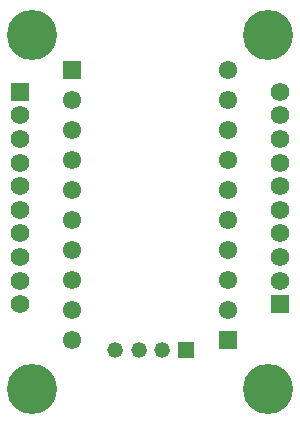
<source format=gbs>
G04 DipTrace 3.2.0.1*
G04 xbee_jst_opl.gbs*
%MOIN*%
G04 #@! TF.FileFunction,Soldermask,Bot*
G04 #@! TF.Part,Single*
%ADD32C,0.167*%
%ADD34C,0.062*%
%ADD36R,0.062X0.062*%
%ADD38C,0.052*%
%ADD40C,0.061055*%
%ADD42R,0.061055X0.061055*%
%ADD44R,0.052X0.052*%
%FSLAX26Y26*%
G04*
G70*
G90*
G75*
G01*
G04 BotMask*
%LPD*%
D32*
X529488Y610236D3*
Y1791339D3*
X1316890Y610236D3*
Y1791339D3*
D42*
X1183386Y773701D3*
D40*
Y873701D3*
Y973701D3*
Y1073701D3*
Y1173701D3*
Y1273701D3*
Y1373701D3*
Y1473701D3*
Y1573701D3*
Y1673701D3*
D42*
X663386D3*
D40*
Y1573701D3*
Y1473701D3*
Y1373701D3*
Y1273701D3*
Y1173701D3*
Y1073701D3*
Y973701D3*
Y873701D3*
Y773701D3*
D44*
X1041496Y738700D3*
D38*
X962756D3*
X884016D3*
X805276D3*
D36*
X490315Y1600827D3*
D34*
Y1522087D3*
Y1443347D3*
Y1364607D3*
Y1285866D3*
Y1207126D3*
Y1128386D3*
Y1049646D3*
Y970906D3*
Y892166D3*
D36*
X1356457D3*
D34*
Y970906D3*
Y1049646D3*
Y1128386D3*
Y1207126D3*
Y1285866D3*
Y1364607D3*
Y1443347D3*
Y1522087D3*
Y1600827D3*
M02*

</source>
